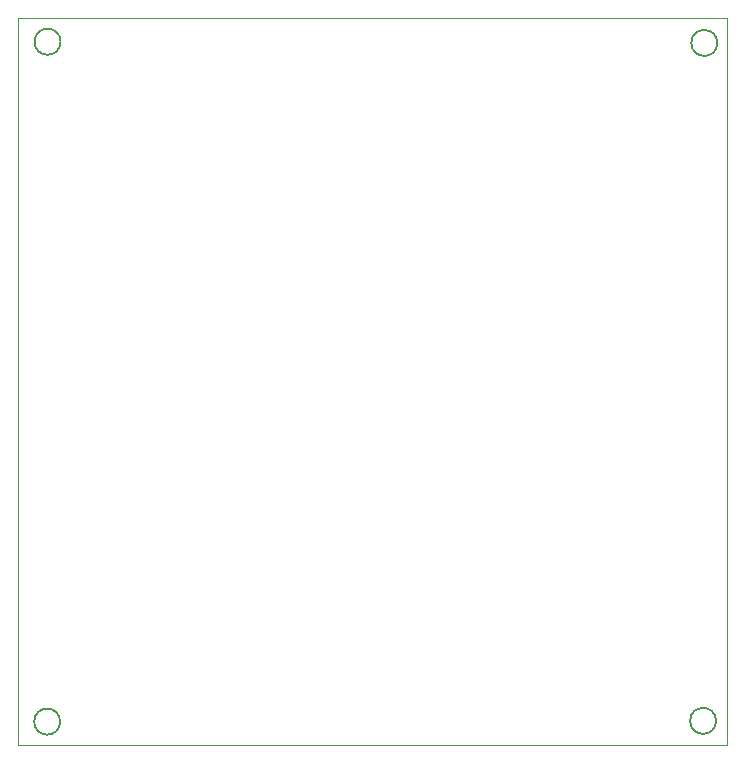
<source format=gbr>
%TF.GenerationSoftware,KiCad,Pcbnew,8.0.3*%
%TF.CreationDate,2024-12-06T22:50:59-03:00*%
%TF.ProjectId,eca,6563612e-6b69-4636-9164-5f7063625858,rev?*%
%TF.SameCoordinates,Original*%
%TF.FileFunction,Profile,NP*%
%FSLAX46Y46*%
G04 Gerber Fmt 4.6, Leading zero omitted, Abs format (unit mm)*
G04 Created by KiCad (PCBNEW 8.0.3) date 2024-12-06 22:50:59*
%MOMM*%
%LPD*%
G01*
G04 APERTURE LIST*
%TA.AperFunction,Profile*%
%ADD10C,0.200000*%
%TD*%
%TA.AperFunction,Profile*%
%ADD11C,0.050000*%
%TD*%
G04 APERTURE END LIST*
D10*
X103600000Y-73500000D02*
G75*
G02*
X101400000Y-73500000I-1100000J0D01*
G01*
X101400000Y-73500000D02*
G75*
G02*
X103600000Y-73500000I1100000J0D01*
G01*
X159200000Y-73600000D02*
G75*
G02*
X157000000Y-73600000I-1100000J0D01*
G01*
X157000000Y-73600000D02*
G75*
G02*
X159200000Y-73600000I1100000J0D01*
G01*
X159100000Y-131000000D02*
G75*
G02*
X156900000Y-131000000I-1100000J0D01*
G01*
X156900000Y-131000000D02*
G75*
G02*
X159100000Y-131000000I1100000J0D01*
G01*
X103563794Y-131063794D02*
G75*
G02*
X101363794Y-131063794I-1100000J0D01*
G01*
X101363794Y-131063794D02*
G75*
G02*
X103563794Y-131063794I1100000J0D01*
G01*
D11*
X100000000Y-71500000D02*
X160000000Y-71500000D01*
X160000000Y-133000000D01*
X100000000Y-133000000D01*
X100000000Y-71500000D01*
M02*

</source>
